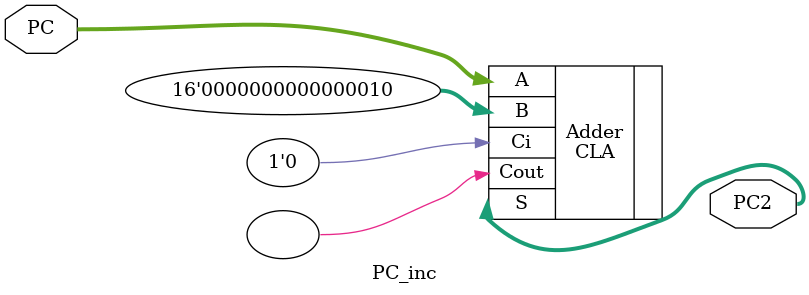
<source format=v>
/********************************************************************************************************
/		MODULE: PC_inc
/		PURPOSE: Increment the PC by 2
/
/		INPUTS: PC - Current Program Counter
/
/		OUTPUTS: PC2 - Program Counter + 2
********************************************************************************************************/
module PC_inc (PC, PC2);

	input [15:0] 	PC;

	output [15:0] 	PC2;

	CLA Adder(.A(PC), .B(16'h0002), .Ci(1'b0), .S(PC2), .Cout());

endmodule

//Checked 3/22/16
</source>
